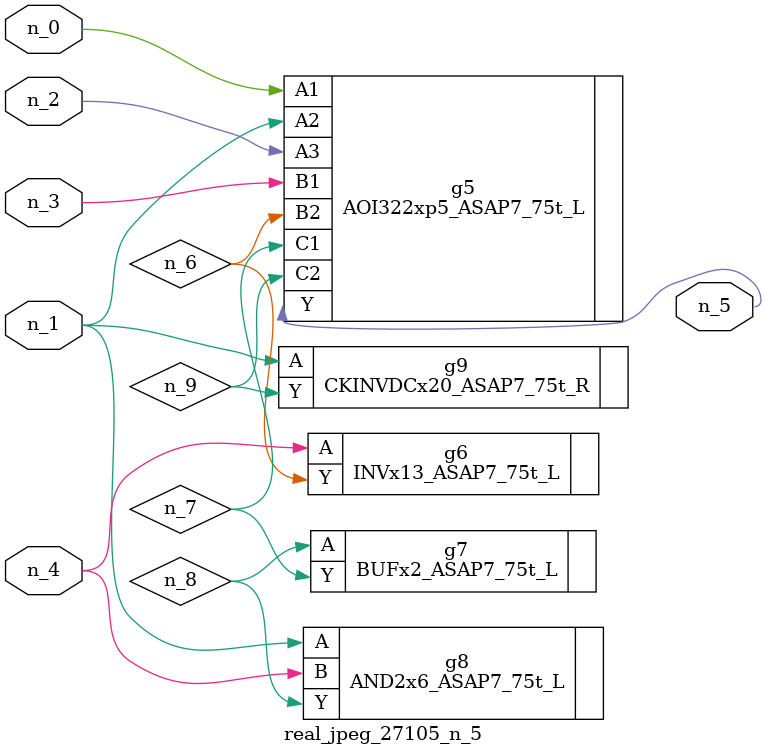
<source format=v>
module real_jpeg_27105_n_5 (n_4, n_0, n_1, n_2, n_3, n_5);

input n_4;
input n_0;
input n_1;
input n_2;
input n_3;

output n_5;

wire n_8;
wire n_6;
wire n_7;
wire n_9;

AOI322xp5_ASAP7_75t_L g5 ( 
.A1(n_0),
.A2(n_1),
.A3(n_2),
.B1(n_3),
.B2(n_6),
.C1(n_7),
.C2(n_9),
.Y(n_5)
);

AND2x6_ASAP7_75t_L g8 ( 
.A(n_1),
.B(n_4),
.Y(n_8)
);

CKINVDCx20_ASAP7_75t_R g9 ( 
.A(n_1),
.Y(n_9)
);

INVx13_ASAP7_75t_L g6 ( 
.A(n_4),
.Y(n_6)
);

BUFx2_ASAP7_75t_L g7 ( 
.A(n_8),
.Y(n_7)
);


endmodule
</source>
